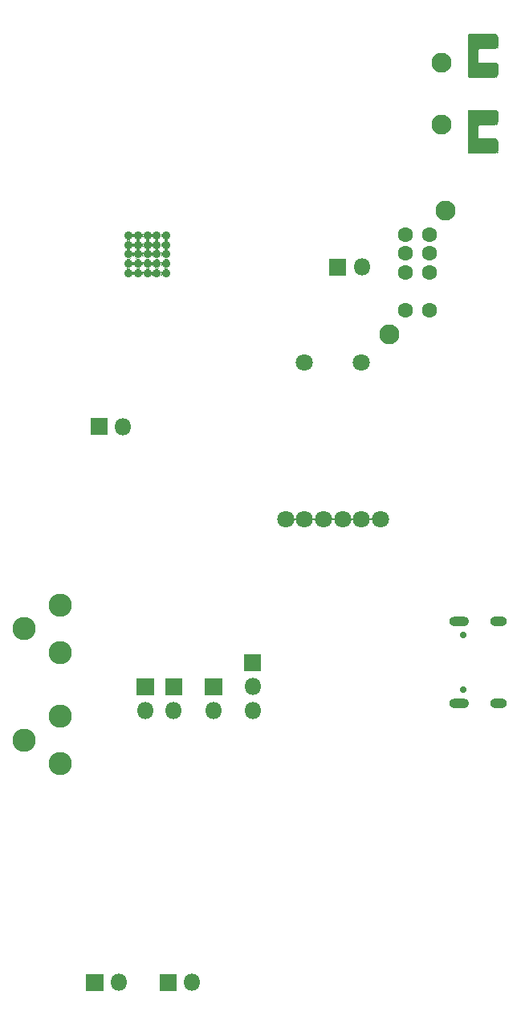
<source format=gbs>
G04 #@! TF.GenerationSoftware,KiCad,Pcbnew,(5.1.6-87-g1447494bc)*
G04 #@! TF.CreationDate,2022-08-29T16:49:30-05:00*
G04 #@! TF.ProjectId,sony-scopeman,736f6e79-2d73-4636-9f70-656d616e2e6b,rev?*
G04 #@! TF.SameCoordinates,Original*
G04 #@! TF.FileFunction,Soldermask,Bot*
G04 #@! TF.FilePolarity,Negative*
%FSLAX46Y46*%
G04 Gerber Fmt 4.6, Leading zero omitted, Abs format (unit mm)*
G04 Created by KiCad (PCBNEW (5.1.6-87-g1447494bc)) date 2022-08-29 16:49:30*
%MOMM*%
%LPD*%
G01*
G04 APERTURE LIST*
%ADD10C,2.442000*%
%ADD11O,1.802000X1.802000*%
%ADD12C,0.902000*%
%ADD13C,0.702000*%
%ADD14O,1.802000X1.002000*%
%ADD15O,2.102000X1.002000*%
%ADD16C,1.802000*%
%ADD17C,2.102000*%
%ADD18C,1.602000*%
%ADD19C,0.100000*%
G04 APERTURE END LIST*
D10*
X106200000Y-107600000D03*
X102400000Y-105100000D03*
X106200000Y-102600000D03*
X106200000Y-119300000D03*
X102400000Y-116800000D03*
X106200000Y-114300000D03*
D11*
X122400000Y-113740000D03*
G36*
G01*
X121499000Y-112050000D02*
X121499000Y-110350000D01*
G75*
G02*
X121550000Y-110299000I51000J0D01*
G01*
X123250000Y-110299000D01*
G75*
G02*
X123301000Y-110350000I0J-51000D01*
G01*
X123301000Y-112050000D01*
G75*
G02*
X123250000Y-112101000I-51000J0D01*
G01*
X121550000Y-112101000D01*
G75*
G02*
X121499000Y-112050000I0J51000D01*
G01*
G37*
X126500000Y-113740000D03*
X126500000Y-111200000D03*
G36*
G01*
X125599000Y-109510000D02*
X125599000Y-107810000D01*
G75*
G02*
X125650000Y-107759000I51000J0D01*
G01*
X127350000Y-107759000D01*
G75*
G02*
X127401000Y-107810000I0J-51000D01*
G01*
X127401000Y-109510000D01*
G75*
G02*
X127350000Y-109561000I-51000J0D01*
G01*
X125650000Y-109561000D01*
G75*
G02*
X125599000Y-109510000I0J51000D01*
G01*
G37*
X112840000Y-83800000D03*
G36*
G01*
X111150000Y-84701000D02*
X109450000Y-84701000D01*
G75*
G02*
X109399000Y-84650000I0J51000D01*
G01*
X109399000Y-82950000D01*
G75*
G02*
X109450000Y-82899000I51000J0D01*
G01*
X111150000Y-82899000D01*
G75*
G02*
X111201000Y-82950000I0J-51000D01*
G01*
X111201000Y-84650000D01*
G75*
G02*
X111150000Y-84701000I-51000J0D01*
G01*
G37*
X138040000Y-67000000D03*
G36*
G01*
X136350000Y-67901000D02*
X134650000Y-67901000D01*
G75*
G02*
X134599000Y-67850000I0J51000D01*
G01*
X134599000Y-66150000D01*
G75*
G02*
X134650000Y-66099000I51000J0D01*
G01*
X136350000Y-66099000D01*
G75*
G02*
X136401000Y-66150000I0J-51000D01*
G01*
X136401000Y-67850000D01*
G75*
G02*
X136350000Y-67901000I-51000J0D01*
G01*
G37*
X120140000Y-142350000D03*
G36*
G01*
X118450000Y-143251000D02*
X116750000Y-143251000D01*
G75*
G02*
X116699000Y-143200000I0J51000D01*
G01*
X116699000Y-141500000D01*
G75*
G02*
X116750000Y-141449000I51000J0D01*
G01*
X118450000Y-141449000D01*
G75*
G02*
X118501000Y-141500000I0J-51000D01*
G01*
X118501000Y-143200000D01*
G75*
G02*
X118450000Y-143251000I-51000J0D01*
G01*
G37*
X118200000Y-113740000D03*
G36*
G01*
X117299000Y-112050000D02*
X117299000Y-110350000D01*
G75*
G02*
X117350000Y-110299000I51000J0D01*
G01*
X119050000Y-110299000D01*
G75*
G02*
X119101000Y-110350000I0J-51000D01*
G01*
X119101000Y-112050000D01*
G75*
G02*
X119050000Y-112101000I-51000J0D01*
G01*
X117350000Y-112101000D01*
G75*
G02*
X117299000Y-112050000I0J51000D01*
G01*
G37*
X112400000Y-142350000D03*
G36*
G01*
X110710000Y-143251000D02*
X109010000Y-143251000D01*
G75*
G02*
X108959000Y-143200000I0J51000D01*
G01*
X108959000Y-141500000D01*
G75*
G02*
X109010000Y-141449000I51000J0D01*
G01*
X110710000Y-141449000D01*
G75*
G02*
X110761000Y-141500000I0J-51000D01*
G01*
X110761000Y-143200000D01*
G75*
G02*
X110710000Y-143251000I-51000J0D01*
G01*
G37*
X115200000Y-113740000D03*
G36*
G01*
X114299000Y-112050000D02*
X114299000Y-110350000D01*
G75*
G02*
X114350000Y-110299000I51000J0D01*
G01*
X116050000Y-110299000D01*
G75*
G02*
X116101000Y-110350000I0J-51000D01*
G01*
X116101000Y-112050000D01*
G75*
G02*
X116050000Y-112101000I-51000J0D01*
G01*
X114350000Y-112101000D01*
G75*
G02*
X114299000Y-112050000I0J51000D01*
G01*
G37*
D12*
X113420000Y-67650000D03*
X114420000Y-67650000D03*
X115420000Y-67650000D03*
X116420000Y-67650000D03*
X117420000Y-67650000D03*
X117420000Y-66650000D03*
X116420000Y-66650000D03*
X115420000Y-66650000D03*
X114420000Y-66650000D03*
X113420000Y-66650000D03*
X113420000Y-64650000D03*
X114420000Y-64650000D03*
X115420000Y-64650000D03*
X116420000Y-64650000D03*
X117420000Y-64650000D03*
X117420000Y-65650000D03*
X116420000Y-65650000D03*
X115420000Y-65650000D03*
X114420000Y-65650000D03*
X113420000Y-65650000D03*
X117420000Y-63650000D03*
X116420000Y-63650000D03*
X115420000Y-63650000D03*
X114420000Y-63650000D03*
X113420000Y-63650000D03*
D13*
X148750000Y-111540000D03*
X148750000Y-105760000D03*
D14*
X152440000Y-104330000D03*
X152440000Y-112970000D03*
D15*
X148270000Y-104330000D03*
X148270000Y-112970000D03*
D16*
X130000000Y-93550000D03*
X132000000Y-93550000D03*
X134000000Y-93550000D03*
X136000000Y-93550000D03*
X138000000Y-93550000D03*
X140000000Y-93550000D03*
X132000000Y-77050000D03*
X138000000Y-77050000D03*
D17*
X146400001Y-45500000D03*
X146400001Y-52000000D03*
G36*
G01*
X152050501Y-44051000D02*
X149749501Y-44051000D01*
G75*
G02*
X149349001Y-43650500I0J400500D01*
G01*
X149349001Y-42849500D01*
G75*
G02*
X149749501Y-42449000I400500J0D01*
G01*
X152050501Y-42449000D01*
G75*
G02*
X152451001Y-42849500I0J-400500D01*
G01*
X152451001Y-43650500D01*
G75*
G02*
X152050501Y-44051000I-400500J0D01*
G01*
G37*
G36*
G01*
X152050501Y-47051000D02*
X149749501Y-47051000D01*
G75*
G02*
X149349001Y-46650500I0J400500D01*
G01*
X149349001Y-45849500D01*
G75*
G02*
X149749501Y-45449000I400500J0D01*
G01*
X152050501Y-45449000D01*
G75*
G02*
X152451001Y-45849500I0J-400500D01*
G01*
X152451001Y-46650500D01*
G75*
G02*
X152050501Y-47051000I-400500J0D01*
G01*
G37*
G36*
G01*
X149249001Y-47000000D02*
X149249001Y-42500000D01*
G75*
G02*
X149300001Y-42449000I51000J0D01*
G01*
X150300001Y-42449000D01*
G75*
G02*
X150351001Y-42500000I0J-51000D01*
G01*
X150351001Y-47000000D01*
G75*
G02*
X150300001Y-47051000I-51000J0D01*
G01*
X149300001Y-47051000D01*
G75*
G02*
X149249001Y-47000000I0J51000D01*
G01*
G37*
G36*
G01*
X149249001Y-55000000D02*
X149249001Y-50500000D01*
G75*
G02*
X149300001Y-50449000I51000J0D01*
G01*
X150300001Y-50449000D01*
G75*
G02*
X150351001Y-50500000I0J-51000D01*
G01*
X150351001Y-55000000D01*
G75*
G02*
X150300001Y-55051000I-51000J0D01*
G01*
X149300001Y-55051000D01*
G75*
G02*
X149249001Y-55000000I0J51000D01*
G01*
G37*
G36*
G01*
X152050501Y-52051000D02*
X149749501Y-52051000D01*
G75*
G02*
X149349001Y-51650500I0J400500D01*
G01*
X149349001Y-50849500D01*
G75*
G02*
X149749501Y-50449000I400500J0D01*
G01*
X152050501Y-50449000D01*
G75*
G02*
X152451001Y-50849500I0J-400500D01*
G01*
X152451001Y-51650500D01*
G75*
G02*
X152050501Y-52051000I-400500J0D01*
G01*
G37*
G36*
G01*
X152050501Y-55051000D02*
X149749501Y-55051000D01*
G75*
G02*
X149349001Y-54650500I0J400500D01*
G01*
X149349001Y-53849500D01*
G75*
G02*
X149749501Y-53449000I400500J0D01*
G01*
X152050501Y-53449000D01*
G75*
G02*
X152451001Y-53849500I0J-400500D01*
G01*
X152451001Y-54650500D01*
G75*
G02*
X152050501Y-55051000I-400500J0D01*
G01*
G37*
X140900000Y-74050000D03*
X146900000Y-61050000D03*
D18*
X145150000Y-71550000D03*
X142650000Y-71550000D03*
X142650000Y-67550000D03*
X145150000Y-67550000D03*
X142650000Y-65550000D03*
X145150000Y-65550000D03*
X142650000Y-63550000D03*
X145150000Y-63550000D03*
D19*
G36*
X137122277Y-93372453D02*
G01*
X137122779Y-93374210D01*
X137105339Y-93461886D01*
X137105339Y-93638114D01*
X137122779Y-93725790D01*
X137122136Y-93727684D01*
X137120174Y-93728074D01*
X137118903Y-93726761D01*
X137113627Y-93709369D01*
X137102262Y-93688105D01*
X137086967Y-93669468D01*
X137068330Y-93654173D01*
X137047066Y-93642808D01*
X137023991Y-93635808D01*
X137000000Y-93633445D01*
X136976009Y-93635808D01*
X136952934Y-93642808D01*
X136931670Y-93654173D01*
X136913033Y-93669468D01*
X136897738Y-93688105D01*
X136886373Y-93709369D01*
X136881097Y-93726761D01*
X136879637Y-93728128D01*
X136877723Y-93727547D01*
X136877221Y-93725790D01*
X136894661Y-93638114D01*
X136894661Y-93461886D01*
X136877221Y-93374210D01*
X136877864Y-93372316D01*
X136879826Y-93371926D01*
X136881097Y-93373239D01*
X136886373Y-93390631D01*
X136897738Y-93411895D01*
X136913033Y-93430532D01*
X136931670Y-93445827D01*
X136952934Y-93457192D01*
X136976009Y-93464192D01*
X137000000Y-93466555D01*
X137023991Y-93464192D01*
X137047066Y-93457192D01*
X137068330Y-93445827D01*
X137086967Y-93430532D01*
X137102262Y-93411895D01*
X137113627Y-93390631D01*
X137118903Y-93373239D01*
X137120363Y-93371872D01*
X137122277Y-93372453D01*
G37*
G36*
X133122277Y-93372453D02*
G01*
X133122779Y-93374210D01*
X133105339Y-93461886D01*
X133105339Y-93638114D01*
X133122779Y-93725790D01*
X133122136Y-93727684D01*
X133120174Y-93728074D01*
X133118903Y-93726761D01*
X133113627Y-93709369D01*
X133102262Y-93688105D01*
X133086967Y-93669468D01*
X133068330Y-93654173D01*
X133047066Y-93642808D01*
X133023991Y-93635808D01*
X133000000Y-93633445D01*
X132976009Y-93635808D01*
X132952934Y-93642808D01*
X132931670Y-93654173D01*
X132913033Y-93669468D01*
X132897738Y-93688105D01*
X132886373Y-93709369D01*
X132881097Y-93726761D01*
X132879637Y-93728128D01*
X132877723Y-93727547D01*
X132877221Y-93725790D01*
X132894661Y-93638114D01*
X132894661Y-93461886D01*
X132877221Y-93374210D01*
X132877864Y-93372316D01*
X132879826Y-93371926D01*
X132881097Y-93373239D01*
X132886373Y-93390631D01*
X132897738Y-93411895D01*
X132913033Y-93430532D01*
X132931670Y-93445827D01*
X132952934Y-93457192D01*
X132976009Y-93464192D01*
X133000000Y-93466555D01*
X133023991Y-93464192D01*
X133047066Y-93457192D01*
X133068330Y-93445827D01*
X133086967Y-93430532D01*
X133102262Y-93411895D01*
X133113627Y-93390631D01*
X133118903Y-93373239D01*
X133120363Y-93371872D01*
X133122277Y-93372453D01*
G37*
G36*
X135122277Y-93372453D02*
G01*
X135122779Y-93374210D01*
X135105339Y-93461886D01*
X135105339Y-93638114D01*
X135122779Y-93725790D01*
X135122136Y-93727684D01*
X135120174Y-93728074D01*
X135118903Y-93726761D01*
X135113627Y-93709369D01*
X135102262Y-93688105D01*
X135086967Y-93669468D01*
X135068330Y-93654173D01*
X135047066Y-93642808D01*
X135023991Y-93635808D01*
X135000000Y-93633445D01*
X134976009Y-93635808D01*
X134952934Y-93642808D01*
X134931670Y-93654173D01*
X134913033Y-93669468D01*
X134897738Y-93688105D01*
X134886373Y-93709369D01*
X134881097Y-93726761D01*
X134879637Y-93728128D01*
X134877723Y-93727547D01*
X134877221Y-93725790D01*
X134894661Y-93638114D01*
X134894661Y-93461886D01*
X134877221Y-93374210D01*
X134877864Y-93372316D01*
X134879826Y-93371926D01*
X134881097Y-93373239D01*
X134886373Y-93390631D01*
X134897738Y-93411895D01*
X134913033Y-93430532D01*
X134931670Y-93445827D01*
X134952934Y-93457192D01*
X134976009Y-93464192D01*
X135000000Y-93466555D01*
X135023991Y-93464192D01*
X135047066Y-93457192D01*
X135068330Y-93445827D01*
X135086967Y-93430532D01*
X135102262Y-93411895D01*
X135113627Y-93390631D01*
X135118903Y-93373239D01*
X135120363Y-93371872D01*
X135122277Y-93372453D01*
G37*
G36*
X139122277Y-93372453D02*
G01*
X139122779Y-93374210D01*
X139105339Y-93461886D01*
X139105339Y-93638114D01*
X139122779Y-93725790D01*
X139122136Y-93727684D01*
X139120174Y-93728074D01*
X139118903Y-93726761D01*
X139113627Y-93709369D01*
X139102262Y-93688105D01*
X139086967Y-93669468D01*
X139068330Y-93654173D01*
X139047066Y-93642808D01*
X139023991Y-93635808D01*
X139000000Y-93633445D01*
X138976009Y-93635808D01*
X138952934Y-93642808D01*
X138931670Y-93654173D01*
X138913033Y-93669468D01*
X138897738Y-93688105D01*
X138886373Y-93709369D01*
X138881097Y-93726761D01*
X138879637Y-93728128D01*
X138877723Y-93727547D01*
X138877221Y-93725790D01*
X138894661Y-93638114D01*
X138894661Y-93461886D01*
X138877221Y-93374210D01*
X138877864Y-93372316D01*
X138879826Y-93371926D01*
X138881097Y-93373239D01*
X138886373Y-93390631D01*
X138897738Y-93411895D01*
X138913033Y-93430532D01*
X138931670Y-93445827D01*
X138952934Y-93457192D01*
X138976009Y-93464192D01*
X139000000Y-93466555D01*
X139023991Y-93464192D01*
X139047066Y-93457192D01*
X139068330Y-93445827D01*
X139086967Y-93430532D01*
X139102262Y-93411895D01*
X139113627Y-93390631D01*
X139118903Y-93373239D01*
X139120363Y-93371872D01*
X139122277Y-93372453D01*
G37*
G36*
X131122277Y-93372453D02*
G01*
X131122779Y-93374210D01*
X131105339Y-93461886D01*
X131105339Y-93638114D01*
X131122779Y-93725790D01*
X131122136Y-93727684D01*
X131120174Y-93728074D01*
X131118903Y-93726761D01*
X131113627Y-93709369D01*
X131102262Y-93688105D01*
X131086967Y-93669468D01*
X131068330Y-93654173D01*
X131047066Y-93642808D01*
X131023991Y-93635808D01*
X131000000Y-93633445D01*
X130976009Y-93635808D01*
X130952934Y-93642808D01*
X130931670Y-93654173D01*
X130913033Y-93669468D01*
X130897738Y-93688105D01*
X130886373Y-93709369D01*
X130881097Y-93726761D01*
X130879637Y-93728128D01*
X130877723Y-93727547D01*
X130877221Y-93725790D01*
X130894661Y-93638114D01*
X130894661Y-93461886D01*
X130877221Y-93374210D01*
X130877864Y-93372316D01*
X130879826Y-93371926D01*
X130881097Y-93373239D01*
X130886373Y-93390631D01*
X130897738Y-93411895D01*
X130913033Y-93430532D01*
X130931670Y-93445827D01*
X130952934Y-93457192D01*
X130976009Y-93464192D01*
X131000000Y-93466555D01*
X131023991Y-93464192D01*
X131047066Y-93457192D01*
X131068330Y-93445827D01*
X131086967Y-93430532D01*
X131102262Y-93411895D01*
X131113627Y-93390631D01*
X131118903Y-93373239D01*
X131120363Y-93371872D01*
X131122277Y-93372453D01*
G37*
G36*
X114819807Y-67437374D02*
G01*
X114833034Y-67453491D01*
X114851671Y-67468786D01*
X114872934Y-67480151D01*
X114896009Y-67487151D01*
X114920000Y-67489514D01*
X114943992Y-67487151D01*
X114967066Y-67480151D01*
X114988330Y-67468786D01*
X115006967Y-67453490D01*
X115020193Y-67437374D01*
X115022065Y-67436670D01*
X115023611Y-67437939D01*
X115023587Y-67439408D01*
X114990344Y-67519664D01*
X114973172Y-67605993D01*
X114973172Y-67694007D01*
X114990344Y-67780336D01*
X115023587Y-67860592D01*
X115023326Y-67862575D01*
X115021478Y-67863340D01*
X115020193Y-67862626D01*
X115006966Y-67846509D01*
X114988329Y-67831214D01*
X114967066Y-67819849D01*
X114943991Y-67812849D01*
X114920000Y-67810486D01*
X114896008Y-67812849D01*
X114872934Y-67819849D01*
X114851670Y-67831214D01*
X114833033Y-67846510D01*
X114819807Y-67862626D01*
X114817935Y-67863330D01*
X114816389Y-67862061D01*
X114816413Y-67860592D01*
X114849656Y-67780336D01*
X114866828Y-67694007D01*
X114866828Y-67605993D01*
X114849656Y-67519664D01*
X114816413Y-67439408D01*
X114816674Y-67437425D01*
X114818522Y-67436660D01*
X114819807Y-67437374D01*
G37*
G36*
X115819807Y-67437374D02*
G01*
X115833034Y-67453491D01*
X115851671Y-67468786D01*
X115872934Y-67480151D01*
X115896009Y-67487151D01*
X115920000Y-67489514D01*
X115943992Y-67487151D01*
X115967066Y-67480151D01*
X115988330Y-67468786D01*
X116006967Y-67453490D01*
X116020193Y-67437374D01*
X116022065Y-67436670D01*
X116023611Y-67437939D01*
X116023587Y-67439408D01*
X115990344Y-67519664D01*
X115973172Y-67605993D01*
X115973172Y-67694007D01*
X115990344Y-67780336D01*
X116023587Y-67860592D01*
X116023326Y-67862575D01*
X116021478Y-67863340D01*
X116020193Y-67862626D01*
X116006966Y-67846509D01*
X115988329Y-67831214D01*
X115967066Y-67819849D01*
X115943991Y-67812849D01*
X115920000Y-67810486D01*
X115896008Y-67812849D01*
X115872934Y-67819849D01*
X115851670Y-67831214D01*
X115833033Y-67846510D01*
X115819807Y-67862626D01*
X115817935Y-67863330D01*
X115816389Y-67862061D01*
X115816413Y-67860592D01*
X115849656Y-67780336D01*
X115866828Y-67694007D01*
X115866828Y-67605993D01*
X115849656Y-67519664D01*
X115816413Y-67439408D01*
X115816674Y-67437425D01*
X115818522Y-67436660D01*
X115819807Y-67437374D01*
G37*
G36*
X113819807Y-67437374D02*
G01*
X113833034Y-67453491D01*
X113851671Y-67468786D01*
X113872934Y-67480151D01*
X113896009Y-67487151D01*
X113920000Y-67489514D01*
X113943992Y-67487151D01*
X113967066Y-67480151D01*
X113988330Y-67468786D01*
X114006967Y-67453490D01*
X114020193Y-67437374D01*
X114022065Y-67436670D01*
X114023611Y-67437939D01*
X114023587Y-67439408D01*
X113990344Y-67519664D01*
X113973172Y-67605993D01*
X113973172Y-67694007D01*
X113990344Y-67780336D01*
X114023587Y-67860592D01*
X114023326Y-67862575D01*
X114021478Y-67863340D01*
X114020193Y-67862626D01*
X114006966Y-67846509D01*
X113988329Y-67831214D01*
X113967066Y-67819849D01*
X113943991Y-67812849D01*
X113920000Y-67810486D01*
X113896008Y-67812849D01*
X113872934Y-67819849D01*
X113851670Y-67831214D01*
X113833033Y-67846510D01*
X113819807Y-67862626D01*
X113817935Y-67863330D01*
X113816389Y-67862061D01*
X113816413Y-67860592D01*
X113849656Y-67780336D01*
X113866828Y-67694007D01*
X113866828Y-67605993D01*
X113849656Y-67519664D01*
X113816413Y-67439408D01*
X113816674Y-67437425D01*
X113818522Y-67436660D01*
X113819807Y-67437374D01*
G37*
G36*
X116819807Y-67437374D02*
G01*
X116833034Y-67453491D01*
X116851671Y-67468786D01*
X116872934Y-67480151D01*
X116896009Y-67487151D01*
X116920000Y-67489514D01*
X116943992Y-67487151D01*
X116967066Y-67480151D01*
X116988330Y-67468786D01*
X117006967Y-67453490D01*
X117020193Y-67437374D01*
X117022065Y-67436670D01*
X117023611Y-67437939D01*
X117023587Y-67439408D01*
X116990344Y-67519664D01*
X116973172Y-67605993D01*
X116973172Y-67694007D01*
X116990344Y-67780336D01*
X117023587Y-67860592D01*
X117023326Y-67862575D01*
X117021478Y-67863340D01*
X117020193Y-67862626D01*
X117006966Y-67846509D01*
X116988329Y-67831214D01*
X116967066Y-67819849D01*
X116943991Y-67812849D01*
X116920000Y-67810486D01*
X116896008Y-67812849D01*
X116872934Y-67819849D01*
X116851670Y-67831214D01*
X116833033Y-67846510D01*
X116819807Y-67862626D01*
X116817935Y-67863330D01*
X116816389Y-67862061D01*
X116816413Y-67860592D01*
X116849656Y-67780336D01*
X116866828Y-67694007D01*
X116866828Y-67605993D01*
X116849656Y-67519664D01*
X116816413Y-67439408D01*
X116816674Y-67437425D01*
X116818522Y-67436660D01*
X116819807Y-67437374D01*
G37*
G36*
X117209408Y-67046413D02*
G01*
X117289664Y-67079656D01*
X117375993Y-67096828D01*
X117464007Y-67096828D01*
X117550336Y-67079656D01*
X117630592Y-67046413D01*
X117632575Y-67046674D01*
X117633340Y-67048522D01*
X117632626Y-67049807D01*
X117616509Y-67063034D01*
X117601214Y-67081671D01*
X117589849Y-67102934D01*
X117582849Y-67126009D01*
X117580486Y-67150000D01*
X117582849Y-67173992D01*
X117589849Y-67197066D01*
X117601214Y-67218330D01*
X117616510Y-67236967D01*
X117632626Y-67250193D01*
X117633330Y-67252065D01*
X117632061Y-67253611D01*
X117630592Y-67253587D01*
X117550336Y-67220344D01*
X117464007Y-67203172D01*
X117375993Y-67203172D01*
X117289664Y-67220344D01*
X117209408Y-67253587D01*
X117207425Y-67253326D01*
X117206660Y-67251478D01*
X117207374Y-67250193D01*
X117223491Y-67236966D01*
X117238786Y-67218329D01*
X117250151Y-67197066D01*
X117257151Y-67173991D01*
X117259514Y-67150000D01*
X117257151Y-67126008D01*
X117250151Y-67102934D01*
X117238786Y-67081670D01*
X117223490Y-67063033D01*
X117207374Y-67049807D01*
X117206670Y-67047935D01*
X117207939Y-67046389D01*
X117209408Y-67046413D01*
G37*
G36*
X115209408Y-67046413D02*
G01*
X115289664Y-67079656D01*
X115375993Y-67096828D01*
X115464007Y-67096828D01*
X115550336Y-67079656D01*
X115630592Y-67046413D01*
X115632575Y-67046674D01*
X115633340Y-67048522D01*
X115632626Y-67049807D01*
X115616509Y-67063034D01*
X115601214Y-67081671D01*
X115589849Y-67102934D01*
X115582849Y-67126009D01*
X115580486Y-67150000D01*
X115582849Y-67173992D01*
X115589849Y-67197066D01*
X115601214Y-67218330D01*
X115616510Y-67236967D01*
X115632626Y-67250193D01*
X115633330Y-67252065D01*
X115632061Y-67253611D01*
X115630592Y-67253587D01*
X115550336Y-67220344D01*
X115464007Y-67203172D01*
X115375993Y-67203172D01*
X115289664Y-67220344D01*
X115209408Y-67253587D01*
X115207425Y-67253326D01*
X115206660Y-67251478D01*
X115207374Y-67250193D01*
X115223491Y-67236966D01*
X115238786Y-67218329D01*
X115250151Y-67197066D01*
X115257151Y-67173991D01*
X115259514Y-67150000D01*
X115257151Y-67126008D01*
X115250151Y-67102934D01*
X115238786Y-67081670D01*
X115223490Y-67063033D01*
X115207374Y-67049807D01*
X115206670Y-67047935D01*
X115207939Y-67046389D01*
X115209408Y-67046413D01*
G37*
G36*
X114209408Y-67046413D02*
G01*
X114289664Y-67079656D01*
X114375993Y-67096828D01*
X114464007Y-67096828D01*
X114550336Y-67079656D01*
X114630592Y-67046413D01*
X114632575Y-67046674D01*
X114633340Y-67048522D01*
X114632626Y-67049807D01*
X114616509Y-67063034D01*
X114601214Y-67081671D01*
X114589849Y-67102934D01*
X114582849Y-67126009D01*
X114580486Y-67150000D01*
X114582849Y-67173992D01*
X114589849Y-67197066D01*
X114601214Y-67218330D01*
X114616510Y-67236967D01*
X114632626Y-67250193D01*
X114633330Y-67252065D01*
X114632061Y-67253611D01*
X114630592Y-67253587D01*
X114550336Y-67220344D01*
X114464007Y-67203172D01*
X114375993Y-67203172D01*
X114289664Y-67220344D01*
X114209408Y-67253587D01*
X114207425Y-67253326D01*
X114206660Y-67251478D01*
X114207374Y-67250193D01*
X114223491Y-67236966D01*
X114238786Y-67218329D01*
X114250151Y-67197066D01*
X114257151Y-67173991D01*
X114259514Y-67150000D01*
X114257151Y-67126008D01*
X114250151Y-67102934D01*
X114238786Y-67081670D01*
X114223490Y-67063033D01*
X114207374Y-67049807D01*
X114206670Y-67047935D01*
X114207939Y-67046389D01*
X114209408Y-67046413D01*
G37*
G36*
X113209408Y-67046413D02*
G01*
X113289664Y-67079656D01*
X113375993Y-67096828D01*
X113464007Y-67096828D01*
X113550336Y-67079656D01*
X113630592Y-67046413D01*
X113632575Y-67046674D01*
X113633340Y-67048522D01*
X113632626Y-67049807D01*
X113616509Y-67063034D01*
X113601214Y-67081671D01*
X113589849Y-67102934D01*
X113582849Y-67126009D01*
X113580486Y-67150000D01*
X113582849Y-67173992D01*
X113589849Y-67197066D01*
X113601214Y-67218330D01*
X113616510Y-67236967D01*
X113632626Y-67250193D01*
X113633330Y-67252065D01*
X113632061Y-67253611D01*
X113630592Y-67253587D01*
X113550336Y-67220344D01*
X113464007Y-67203172D01*
X113375993Y-67203172D01*
X113289664Y-67220344D01*
X113209408Y-67253587D01*
X113207425Y-67253326D01*
X113206660Y-67251478D01*
X113207374Y-67250193D01*
X113223491Y-67236966D01*
X113238786Y-67218329D01*
X113250151Y-67197066D01*
X113257151Y-67173991D01*
X113259514Y-67150000D01*
X113257151Y-67126008D01*
X113250151Y-67102934D01*
X113238786Y-67081670D01*
X113223490Y-67063033D01*
X113207374Y-67049807D01*
X113206670Y-67047935D01*
X113207939Y-67046389D01*
X113209408Y-67046413D01*
G37*
G36*
X116209408Y-67046413D02*
G01*
X116289664Y-67079656D01*
X116375993Y-67096828D01*
X116464007Y-67096828D01*
X116550336Y-67079656D01*
X116630592Y-67046413D01*
X116632575Y-67046674D01*
X116633340Y-67048522D01*
X116632626Y-67049807D01*
X116616509Y-67063034D01*
X116601214Y-67081671D01*
X116589849Y-67102934D01*
X116582849Y-67126009D01*
X116580486Y-67150000D01*
X116582849Y-67173992D01*
X116589849Y-67197066D01*
X116601214Y-67218330D01*
X116616510Y-67236967D01*
X116632626Y-67250193D01*
X116633330Y-67252065D01*
X116632061Y-67253611D01*
X116630592Y-67253587D01*
X116550336Y-67220344D01*
X116464007Y-67203172D01*
X116375993Y-67203172D01*
X116289664Y-67220344D01*
X116209408Y-67253587D01*
X116207425Y-67253326D01*
X116206660Y-67251478D01*
X116207374Y-67250193D01*
X116223491Y-67236966D01*
X116238786Y-67218329D01*
X116250151Y-67197066D01*
X116257151Y-67173991D01*
X116259514Y-67150000D01*
X116257151Y-67126008D01*
X116250151Y-67102934D01*
X116238786Y-67081670D01*
X116223490Y-67063033D01*
X116207374Y-67049807D01*
X116206670Y-67047935D01*
X116207939Y-67046389D01*
X116209408Y-67046413D01*
G37*
G36*
X114819807Y-66437374D02*
G01*
X114833034Y-66453491D01*
X114851671Y-66468786D01*
X114872934Y-66480151D01*
X114896009Y-66487151D01*
X114920000Y-66489514D01*
X114943992Y-66487151D01*
X114967066Y-66480151D01*
X114988330Y-66468786D01*
X115006967Y-66453490D01*
X115020193Y-66437374D01*
X115022065Y-66436670D01*
X115023611Y-66437939D01*
X115023587Y-66439408D01*
X114990344Y-66519664D01*
X114973172Y-66605993D01*
X114973172Y-66694007D01*
X114990344Y-66780336D01*
X115023587Y-66860592D01*
X115023326Y-66862575D01*
X115021478Y-66863340D01*
X115020193Y-66862626D01*
X115006966Y-66846509D01*
X114988329Y-66831214D01*
X114967066Y-66819849D01*
X114943991Y-66812849D01*
X114920000Y-66810486D01*
X114896008Y-66812849D01*
X114872934Y-66819849D01*
X114851670Y-66831214D01*
X114833033Y-66846510D01*
X114819807Y-66862626D01*
X114817935Y-66863330D01*
X114816389Y-66862061D01*
X114816413Y-66860592D01*
X114849656Y-66780336D01*
X114866828Y-66694007D01*
X114866828Y-66605993D01*
X114849656Y-66519664D01*
X114816413Y-66439408D01*
X114816674Y-66437425D01*
X114818522Y-66436660D01*
X114819807Y-66437374D01*
G37*
G36*
X115819807Y-66437374D02*
G01*
X115833034Y-66453491D01*
X115851671Y-66468786D01*
X115872934Y-66480151D01*
X115896009Y-66487151D01*
X115920000Y-66489514D01*
X115943992Y-66487151D01*
X115967066Y-66480151D01*
X115988330Y-66468786D01*
X116006967Y-66453490D01*
X116020193Y-66437374D01*
X116022065Y-66436670D01*
X116023611Y-66437939D01*
X116023587Y-66439408D01*
X115990344Y-66519664D01*
X115973172Y-66605993D01*
X115973172Y-66694007D01*
X115990344Y-66780336D01*
X116023587Y-66860592D01*
X116023326Y-66862575D01*
X116021478Y-66863340D01*
X116020193Y-66862626D01*
X116006966Y-66846509D01*
X115988329Y-66831214D01*
X115967066Y-66819849D01*
X115943991Y-66812849D01*
X115920000Y-66810486D01*
X115896008Y-66812849D01*
X115872934Y-66819849D01*
X115851670Y-66831214D01*
X115833033Y-66846510D01*
X115819807Y-66862626D01*
X115817935Y-66863330D01*
X115816389Y-66862061D01*
X115816413Y-66860592D01*
X115849656Y-66780336D01*
X115866828Y-66694007D01*
X115866828Y-66605993D01*
X115849656Y-66519664D01*
X115816413Y-66439408D01*
X115816674Y-66437425D01*
X115818522Y-66436660D01*
X115819807Y-66437374D01*
G37*
G36*
X113819807Y-66437374D02*
G01*
X113833034Y-66453491D01*
X113851671Y-66468786D01*
X113872934Y-66480151D01*
X113896009Y-66487151D01*
X113920000Y-66489514D01*
X113943992Y-66487151D01*
X113967066Y-66480151D01*
X113988330Y-66468786D01*
X114006967Y-66453490D01*
X114020193Y-66437374D01*
X114022065Y-66436670D01*
X114023611Y-66437939D01*
X114023587Y-66439408D01*
X113990344Y-66519664D01*
X113973172Y-66605993D01*
X113973172Y-66694007D01*
X113990344Y-66780336D01*
X114023587Y-66860592D01*
X114023326Y-66862575D01*
X114021478Y-66863340D01*
X114020193Y-66862626D01*
X114006966Y-66846509D01*
X113988329Y-66831214D01*
X113967066Y-66819849D01*
X113943991Y-66812849D01*
X113920000Y-66810486D01*
X113896008Y-66812849D01*
X113872934Y-66819849D01*
X113851670Y-66831214D01*
X113833033Y-66846510D01*
X113819807Y-66862626D01*
X113817935Y-66863330D01*
X113816389Y-66862061D01*
X113816413Y-66860592D01*
X113849656Y-66780336D01*
X113866828Y-66694007D01*
X113866828Y-66605993D01*
X113849656Y-66519664D01*
X113816413Y-66439408D01*
X113816674Y-66437425D01*
X113818522Y-66436660D01*
X113819807Y-66437374D01*
G37*
G36*
X116819807Y-66437374D02*
G01*
X116833034Y-66453491D01*
X116851671Y-66468786D01*
X116872934Y-66480151D01*
X116896009Y-66487151D01*
X116920000Y-66489514D01*
X116943992Y-66487151D01*
X116967066Y-66480151D01*
X116988330Y-66468786D01*
X117006967Y-66453490D01*
X117020193Y-66437374D01*
X117022065Y-66436670D01*
X117023611Y-66437939D01*
X117023587Y-66439408D01*
X116990344Y-66519664D01*
X116973172Y-66605993D01*
X116973172Y-66694007D01*
X116990344Y-66780336D01*
X117023587Y-66860592D01*
X117023326Y-66862575D01*
X117021478Y-66863340D01*
X117020193Y-66862626D01*
X117006966Y-66846509D01*
X116988329Y-66831214D01*
X116967066Y-66819849D01*
X116943991Y-66812849D01*
X116920000Y-66810486D01*
X116896008Y-66812849D01*
X116872934Y-66819849D01*
X116851670Y-66831214D01*
X116833033Y-66846510D01*
X116819807Y-66862626D01*
X116817935Y-66863330D01*
X116816389Y-66862061D01*
X116816413Y-66860592D01*
X116849656Y-66780336D01*
X116866828Y-66694007D01*
X116866828Y-66605993D01*
X116849656Y-66519664D01*
X116816413Y-66439408D01*
X116816674Y-66437425D01*
X116818522Y-66436660D01*
X116819807Y-66437374D01*
G37*
G36*
X115209408Y-66046413D02*
G01*
X115289664Y-66079656D01*
X115375993Y-66096828D01*
X115464007Y-66096828D01*
X115550336Y-66079656D01*
X115630592Y-66046413D01*
X115632575Y-66046674D01*
X115633340Y-66048522D01*
X115632626Y-66049807D01*
X115616509Y-66063034D01*
X115601214Y-66081671D01*
X115589849Y-66102934D01*
X115582849Y-66126009D01*
X115580486Y-66150000D01*
X115582849Y-66173992D01*
X115589849Y-66197066D01*
X115601214Y-66218330D01*
X115616510Y-66236967D01*
X115632626Y-66250193D01*
X115633330Y-66252065D01*
X115632061Y-66253611D01*
X115630592Y-66253587D01*
X115550336Y-66220344D01*
X115464007Y-66203172D01*
X115375993Y-66203172D01*
X115289664Y-66220344D01*
X115209408Y-66253587D01*
X115207425Y-66253326D01*
X115206660Y-66251478D01*
X115207374Y-66250193D01*
X115223491Y-66236966D01*
X115238786Y-66218329D01*
X115250151Y-66197066D01*
X115257151Y-66173991D01*
X115259514Y-66150000D01*
X115257151Y-66126008D01*
X115250151Y-66102934D01*
X115238786Y-66081670D01*
X115223490Y-66063033D01*
X115207374Y-66049807D01*
X115206670Y-66047935D01*
X115207939Y-66046389D01*
X115209408Y-66046413D01*
G37*
G36*
X117209408Y-66046413D02*
G01*
X117289664Y-66079656D01*
X117375993Y-66096828D01*
X117464007Y-66096828D01*
X117550336Y-66079656D01*
X117630592Y-66046413D01*
X117632575Y-66046674D01*
X117633340Y-66048522D01*
X117632626Y-66049807D01*
X117616509Y-66063034D01*
X117601214Y-66081671D01*
X117589849Y-66102934D01*
X117582849Y-66126009D01*
X117580486Y-66150000D01*
X117582849Y-66173992D01*
X117589849Y-66197066D01*
X117601214Y-66218330D01*
X117616510Y-66236967D01*
X117632626Y-66250193D01*
X117633330Y-66252065D01*
X117632061Y-66253611D01*
X117630592Y-66253587D01*
X117550336Y-66220344D01*
X117464007Y-66203172D01*
X117375993Y-66203172D01*
X117289664Y-66220344D01*
X117209408Y-66253587D01*
X117207425Y-66253326D01*
X117206660Y-66251478D01*
X117207374Y-66250193D01*
X117223491Y-66236966D01*
X117238786Y-66218329D01*
X117250151Y-66197066D01*
X117257151Y-66173991D01*
X117259514Y-66150000D01*
X117257151Y-66126008D01*
X117250151Y-66102934D01*
X117238786Y-66081670D01*
X117223490Y-66063033D01*
X117207374Y-66049807D01*
X117206670Y-66047935D01*
X117207939Y-66046389D01*
X117209408Y-66046413D01*
G37*
G36*
X116209408Y-66046413D02*
G01*
X116289664Y-66079656D01*
X116375993Y-66096828D01*
X116464007Y-66096828D01*
X116550336Y-66079656D01*
X116630592Y-66046413D01*
X116632575Y-66046674D01*
X116633340Y-66048522D01*
X116632626Y-66049807D01*
X116616509Y-66063034D01*
X116601214Y-66081671D01*
X116589849Y-66102934D01*
X116582849Y-66126009D01*
X116580486Y-66150000D01*
X116582849Y-66173992D01*
X116589849Y-66197066D01*
X116601214Y-66218330D01*
X116616510Y-66236967D01*
X116632626Y-66250193D01*
X116633330Y-66252065D01*
X116632061Y-66253611D01*
X116630592Y-66253587D01*
X116550336Y-66220344D01*
X116464007Y-66203172D01*
X116375993Y-66203172D01*
X116289664Y-66220344D01*
X116209408Y-66253587D01*
X116207425Y-66253326D01*
X116206660Y-66251478D01*
X116207374Y-66250193D01*
X116223491Y-66236966D01*
X116238786Y-66218329D01*
X116250151Y-66197066D01*
X116257151Y-66173991D01*
X116259514Y-66150000D01*
X116257151Y-66126008D01*
X116250151Y-66102934D01*
X116238786Y-66081670D01*
X116223490Y-66063033D01*
X116207374Y-66049807D01*
X116206670Y-66047935D01*
X116207939Y-66046389D01*
X116209408Y-66046413D01*
G37*
G36*
X114209408Y-66046413D02*
G01*
X114289664Y-66079656D01*
X114375993Y-66096828D01*
X114464007Y-66096828D01*
X114550336Y-66079656D01*
X114630592Y-66046413D01*
X114632575Y-66046674D01*
X114633340Y-66048522D01*
X114632626Y-66049807D01*
X114616509Y-66063034D01*
X114601214Y-66081671D01*
X114589849Y-66102934D01*
X114582849Y-66126009D01*
X114580486Y-66150000D01*
X114582849Y-66173992D01*
X114589849Y-66197066D01*
X114601214Y-66218330D01*
X114616510Y-66236967D01*
X114632626Y-66250193D01*
X114633330Y-66252065D01*
X114632061Y-66253611D01*
X114630592Y-66253587D01*
X114550336Y-66220344D01*
X114464007Y-66203172D01*
X114375993Y-66203172D01*
X114289664Y-66220344D01*
X114209408Y-66253587D01*
X114207425Y-66253326D01*
X114206660Y-66251478D01*
X114207374Y-66250193D01*
X114223491Y-66236966D01*
X114238786Y-66218329D01*
X114250151Y-66197066D01*
X114257151Y-66173991D01*
X114259514Y-66150000D01*
X114257151Y-66126008D01*
X114250151Y-66102934D01*
X114238786Y-66081670D01*
X114223490Y-66063033D01*
X114207374Y-66049807D01*
X114206670Y-66047935D01*
X114207939Y-66046389D01*
X114209408Y-66046413D01*
G37*
G36*
X113209408Y-66046413D02*
G01*
X113289664Y-66079656D01*
X113375993Y-66096828D01*
X113464007Y-66096828D01*
X113550336Y-66079656D01*
X113630592Y-66046413D01*
X113632575Y-66046674D01*
X113633340Y-66048522D01*
X113632626Y-66049807D01*
X113616509Y-66063034D01*
X113601214Y-66081671D01*
X113589849Y-66102934D01*
X113582849Y-66126009D01*
X113580486Y-66150000D01*
X113582849Y-66173992D01*
X113589849Y-66197066D01*
X113601214Y-66218330D01*
X113616510Y-66236967D01*
X113632626Y-66250193D01*
X113633330Y-66252065D01*
X113632061Y-66253611D01*
X113630592Y-66253587D01*
X113550336Y-66220344D01*
X113464007Y-66203172D01*
X113375993Y-66203172D01*
X113289664Y-66220344D01*
X113209408Y-66253587D01*
X113207425Y-66253326D01*
X113206660Y-66251478D01*
X113207374Y-66250193D01*
X113223491Y-66236966D01*
X113238786Y-66218329D01*
X113250151Y-66197066D01*
X113257151Y-66173991D01*
X113259514Y-66150000D01*
X113257151Y-66126008D01*
X113250151Y-66102934D01*
X113238786Y-66081670D01*
X113223490Y-66063033D01*
X113207374Y-66049807D01*
X113206670Y-66047935D01*
X113207939Y-66046389D01*
X113209408Y-66046413D01*
G37*
G36*
X116819807Y-65437374D02*
G01*
X116833034Y-65453491D01*
X116851671Y-65468786D01*
X116872934Y-65480151D01*
X116896009Y-65487151D01*
X116920000Y-65489514D01*
X116943992Y-65487151D01*
X116967066Y-65480151D01*
X116988330Y-65468786D01*
X117006967Y-65453490D01*
X117020193Y-65437374D01*
X117022065Y-65436670D01*
X117023611Y-65437939D01*
X117023587Y-65439408D01*
X116990344Y-65519664D01*
X116973172Y-65605993D01*
X116973172Y-65694007D01*
X116990344Y-65780336D01*
X117023587Y-65860592D01*
X117023326Y-65862575D01*
X117021478Y-65863340D01*
X117020193Y-65862626D01*
X117006966Y-65846509D01*
X116988329Y-65831214D01*
X116967066Y-65819849D01*
X116943991Y-65812849D01*
X116920000Y-65810486D01*
X116896008Y-65812849D01*
X116872934Y-65819849D01*
X116851670Y-65831214D01*
X116833033Y-65846510D01*
X116819807Y-65862626D01*
X116817935Y-65863330D01*
X116816389Y-65862061D01*
X116816413Y-65860592D01*
X116849656Y-65780336D01*
X116866828Y-65694007D01*
X116866828Y-65605993D01*
X116849656Y-65519664D01*
X116816413Y-65439408D01*
X116816674Y-65437425D01*
X116818522Y-65436660D01*
X116819807Y-65437374D01*
G37*
G36*
X114819807Y-65437374D02*
G01*
X114833034Y-65453491D01*
X114851671Y-65468786D01*
X114872934Y-65480151D01*
X114896009Y-65487151D01*
X114920000Y-65489514D01*
X114943992Y-65487151D01*
X114967066Y-65480151D01*
X114988330Y-65468786D01*
X115006967Y-65453490D01*
X115020193Y-65437374D01*
X115022065Y-65436670D01*
X115023611Y-65437939D01*
X115023587Y-65439408D01*
X114990344Y-65519664D01*
X114973172Y-65605993D01*
X114973172Y-65694007D01*
X114990344Y-65780336D01*
X115023587Y-65860592D01*
X115023326Y-65862575D01*
X115021478Y-65863340D01*
X115020193Y-65862626D01*
X115006966Y-65846509D01*
X114988329Y-65831214D01*
X114967066Y-65819849D01*
X114943991Y-65812849D01*
X114920000Y-65810486D01*
X114896008Y-65812849D01*
X114872934Y-65819849D01*
X114851670Y-65831214D01*
X114833033Y-65846510D01*
X114819807Y-65862626D01*
X114817935Y-65863330D01*
X114816389Y-65862061D01*
X114816413Y-65860592D01*
X114849656Y-65780336D01*
X114866828Y-65694007D01*
X114866828Y-65605993D01*
X114849656Y-65519664D01*
X114816413Y-65439408D01*
X114816674Y-65437425D01*
X114818522Y-65436660D01*
X114819807Y-65437374D01*
G37*
G36*
X113819807Y-65437374D02*
G01*
X113833034Y-65453491D01*
X113851671Y-65468786D01*
X113872934Y-65480151D01*
X113896009Y-65487151D01*
X113920000Y-65489514D01*
X113943992Y-65487151D01*
X113967066Y-65480151D01*
X113988330Y-65468786D01*
X114006967Y-65453490D01*
X114020193Y-65437374D01*
X114022065Y-65436670D01*
X114023611Y-65437939D01*
X114023587Y-65439408D01*
X113990344Y-65519664D01*
X113973172Y-65605993D01*
X113973172Y-65694007D01*
X113990344Y-65780336D01*
X114023587Y-65860592D01*
X114023326Y-65862575D01*
X114021478Y-65863340D01*
X114020193Y-65862626D01*
X114006966Y-65846509D01*
X113988329Y-65831214D01*
X113967066Y-65819849D01*
X113943991Y-65812849D01*
X113920000Y-65810486D01*
X113896008Y-65812849D01*
X113872934Y-65819849D01*
X113851670Y-65831214D01*
X113833033Y-65846510D01*
X113819807Y-65862626D01*
X113817935Y-65863330D01*
X113816389Y-65862061D01*
X113816413Y-65860592D01*
X113849656Y-65780336D01*
X113866828Y-65694007D01*
X113866828Y-65605993D01*
X113849656Y-65519664D01*
X113816413Y-65439408D01*
X113816674Y-65437425D01*
X113818522Y-65436660D01*
X113819807Y-65437374D01*
G37*
G36*
X115819807Y-65437374D02*
G01*
X115833034Y-65453491D01*
X115851671Y-65468786D01*
X115872934Y-65480151D01*
X115896009Y-65487151D01*
X115920000Y-65489514D01*
X115943992Y-65487151D01*
X115967066Y-65480151D01*
X115988330Y-65468786D01*
X116006967Y-65453490D01*
X116020193Y-65437374D01*
X116022065Y-65436670D01*
X116023611Y-65437939D01*
X116023587Y-65439408D01*
X115990344Y-65519664D01*
X115973172Y-65605993D01*
X115973172Y-65694007D01*
X115990344Y-65780336D01*
X116023587Y-65860592D01*
X116023326Y-65862575D01*
X116021478Y-65863340D01*
X116020193Y-65862626D01*
X116006966Y-65846509D01*
X115988329Y-65831214D01*
X115967066Y-65819849D01*
X115943991Y-65812849D01*
X115920000Y-65810486D01*
X115896008Y-65812849D01*
X115872934Y-65819849D01*
X115851670Y-65831214D01*
X115833033Y-65846510D01*
X115819807Y-65862626D01*
X115817935Y-65863330D01*
X115816389Y-65862061D01*
X115816413Y-65860592D01*
X115849656Y-65780336D01*
X115866828Y-65694007D01*
X115866828Y-65605993D01*
X115849656Y-65519664D01*
X115816413Y-65439408D01*
X115816674Y-65437425D01*
X115818522Y-65436660D01*
X115819807Y-65437374D01*
G37*
G36*
X117209408Y-65046413D02*
G01*
X117289664Y-65079656D01*
X117375993Y-65096828D01*
X117464007Y-65096828D01*
X117550336Y-65079656D01*
X117630592Y-65046413D01*
X117632575Y-65046674D01*
X117633340Y-65048522D01*
X117632626Y-65049807D01*
X117616509Y-65063034D01*
X117601214Y-65081671D01*
X117589849Y-65102934D01*
X117582849Y-65126009D01*
X117580486Y-65150000D01*
X117582849Y-65173992D01*
X117589849Y-65197066D01*
X117601214Y-65218330D01*
X117616510Y-65236967D01*
X117632626Y-65250193D01*
X117633330Y-65252065D01*
X117632061Y-65253611D01*
X117630592Y-65253587D01*
X117550336Y-65220344D01*
X117464007Y-65203172D01*
X117375993Y-65203172D01*
X117289664Y-65220344D01*
X117209408Y-65253587D01*
X117207425Y-65253326D01*
X117206660Y-65251478D01*
X117207374Y-65250193D01*
X117223491Y-65236966D01*
X117238786Y-65218329D01*
X117250151Y-65197066D01*
X117257151Y-65173991D01*
X117259514Y-65150000D01*
X117257151Y-65126008D01*
X117250151Y-65102934D01*
X117238786Y-65081670D01*
X117223490Y-65063033D01*
X117207374Y-65049807D01*
X117206670Y-65047935D01*
X117207939Y-65046389D01*
X117209408Y-65046413D01*
G37*
G36*
X116209408Y-65046413D02*
G01*
X116289664Y-65079656D01*
X116375993Y-65096828D01*
X116464007Y-65096828D01*
X116550336Y-65079656D01*
X116630592Y-65046413D01*
X116632575Y-65046674D01*
X116633340Y-65048522D01*
X116632626Y-65049807D01*
X116616509Y-65063034D01*
X116601214Y-65081671D01*
X116589849Y-65102934D01*
X116582849Y-65126009D01*
X116580486Y-65150000D01*
X116582849Y-65173992D01*
X116589849Y-65197066D01*
X116601214Y-65218330D01*
X116616510Y-65236967D01*
X116632626Y-65250193D01*
X116633330Y-65252065D01*
X116632061Y-65253611D01*
X116630592Y-65253587D01*
X116550336Y-65220344D01*
X116464007Y-65203172D01*
X116375993Y-65203172D01*
X116289664Y-65220344D01*
X116209408Y-65253587D01*
X116207425Y-65253326D01*
X116206660Y-65251478D01*
X116207374Y-65250193D01*
X116223491Y-65236966D01*
X116238786Y-65218329D01*
X116250151Y-65197066D01*
X116257151Y-65173991D01*
X116259514Y-65150000D01*
X116257151Y-65126008D01*
X116250151Y-65102934D01*
X116238786Y-65081670D01*
X116223490Y-65063033D01*
X116207374Y-65049807D01*
X116206670Y-65047935D01*
X116207939Y-65046389D01*
X116209408Y-65046413D01*
G37*
G36*
X115209408Y-65046413D02*
G01*
X115289664Y-65079656D01*
X115375993Y-65096828D01*
X115464007Y-65096828D01*
X115550336Y-65079656D01*
X115630592Y-65046413D01*
X115632575Y-65046674D01*
X115633340Y-65048522D01*
X115632626Y-65049807D01*
X115616509Y-65063034D01*
X115601214Y-65081671D01*
X115589849Y-65102934D01*
X115582849Y-65126009D01*
X115580486Y-65150000D01*
X115582849Y-65173992D01*
X115589849Y-65197066D01*
X115601214Y-65218330D01*
X115616510Y-65236967D01*
X115632626Y-65250193D01*
X115633330Y-65252065D01*
X115632061Y-65253611D01*
X115630592Y-65253587D01*
X115550336Y-65220344D01*
X115464007Y-65203172D01*
X115375993Y-65203172D01*
X115289664Y-65220344D01*
X115209408Y-65253587D01*
X115207425Y-65253326D01*
X115206660Y-65251478D01*
X115207374Y-65250193D01*
X115223491Y-65236966D01*
X115238786Y-65218329D01*
X115250151Y-65197066D01*
X115257151Y-65173991D01*
X115259514Y-65150000D01*
X115257151Y-65126008D01*
X115250151Y-65102934D01*
X115238786Y-65081670D01*
X115223490Y-65063033D01*
X115207374Y-65049807D01*
X115206670Y-65047935D01*
X115207939Y-65046389D01*
X115209408Y-65046413D01*
G37*
G36*
X114209408Y-65046413D02*
G01*
X114289664Y-65079656D01*
X114375993Y-65096828D01*
X114464007Y-65096828D01*
X114550336Y-65079656D01*
X114630592Y-65046413D01*
X114632575Y-65046674D01*
X114633340Y-65048522D01*
X114632626Y-65049807D01*
X114616509Y-65063034D01*
X114601214Y-65081671D01*
X114589849Y-65102934D01*
X114582849Y-65126009D01*
X114580486Y-65150000D01*
X114582849Y-65173992D01*
X114589849Y-65197066D01*
X114601214Y-65218330D01*
X114616510Y-65236967D01*
X114632626Y-65250193D01*
X114633330Y-65252065D01*
X114632061Y-65253611D01*
X114630592Y-65253587D01*
X114550336Y-65220344D01*
X114464007Y-65203172D01*
X114375993Y-65203172D01*
X114289664Y-65220344D01*
X114209408Y-65253587D01*
X114207425Y-65253326D01*
X114206660Y-65251478D01*
X114207374Y-65250193D01*
X114223491Y-65236966D01*
X114238786Y-65218329D01*
X114250151Y-65197066D01*
X114257151Y-65173991D01*
X114259514Y-65150000D01*
X114257151Y-65126008D01*
X114250151Y-65102934D01*
X114238786Y-65081670D01*
X114223490Y-65063033D01*
X114207374Y-65049807D01*
X114206670Y-65047935D01*
X114207939Y-65046389D01*
X114209408Y-65046413D01*
G37*
G36*
X113209408Y-65046413D02*
G01*
X113289664Y-65079656D01*
X113375993Y-65096828D01*
X113464007Y-65096828D01*
X113550336Y-65079656D01*
X113630592Y-65046413D01*
X113632575Y-65046674D01*
X113633340Y-65048522D01*
X113632626Y-65049807D01*
X113616509Y-65063034D01*
X113601214Y-65081671D01*
X113589849Y-65102934D01*
X113582849Y-65126009D01*
X113580486Y-65150000D01*
X113582849Y-65173992D01*
X113589849Y-65197066D01*
X113601214Y-65218330D01*
X113616510Y-65236967D01*
X113632626Y-65250193D01*
X113633330Y-65252065D01*
X113632061Y-65253611D01*
X113630592Y-65253587D01*
X113550336Y-65220344D01*
X113464007Y-65203172D01*
X113375993Y-65203172D01*
X113289664Y-65220344D01*
X113209408Y-65253587D01*
X113207425Y-65253326D01*
X113206660Y-65251478D01*
X113207374Y-65250193D01*
X113223491Y-65236966D01*
X113238786Y-65218329D01*
X113250151Y-65197066D01*
X113257151Y-65173991D01*
X113259514Y-65150000D01*
X113257151Y-65126008D01*
X113250151Y-65102934D01*
X113238786Y-65081670D01*
X113223490Y-65063033D01*
X113207374Y-65049807D01*
X113206670Y-65047935D01*
X113207939Y-65046389D01*
X113209408Y-65046413D01*
G37*
G36*
X116819807Y-64437374D02*
G01*
X116833034Y-64453491D01*
X116851671Y-64468786D01*
X116872934Y-64480151D01*
X116896009Y-64487151D01*
X116920000Y-64489514D01*
X116943992Y-64487151D01*
X116967066Y-64480151D01*
X116988330Y-64468786D01*
X117006967Y-64453490D01*
X117020193Y-64437374D01*
X117022065Y-64436670D01*
X117023611Y-64437939D01*
X117023587Y-64439408D01*
X116990344Y-64519664D01*
X116973172Y-64605993D01*
X116973172Y-64694007D01*
X116990344Y-64780336D01*
X117023587Y-64860592D01*
X117023326Y-64862575D01*
X117021478Y-64863340D01*
X117020193Y-64862626D01*
X117006966Y-64846509D01*
X116988329Y-64831214D01*
X116967066Y-64819849D01*
X116943991Y-64812849D01*
X116920000Y-64810486D01*
X116896008Y-64812849D01*
X116872934Y-64819849D01*
X116851670Y-64831214D01*
X116833033Y-64846510D01*
X116819807Y-64862626D01*
X116817935Y-64863330D01*
X116816389Y-64862061D01*
X116816413Y-64860592D01*
X116849656Y-64780336D01*
X116866828Y-64694007D01*
X116866828Y-64605993D01*
X116849656Y-64519664D01*
X116816413Y-64439408D01*
X116816674Y-64437425D01*
X116818522Y-64436660D01*
X116819807Y-64437374D01*
G37*
G36*
X113819807Y-64437374D02*
G01*
X113833034Y-64453491D01*
X113851671Y-64468786D01*
X113872934Y-64480151D01*
X113896009Y-64487151D01*
X113920000Y-64489514D01*
X113943992Y-64487151D01*
X113967066Y-64480151D01*
X113988330Y-64468786D01*
X114006967Y-64453490D01*
X114020193Y-64437374D01*
X114022065Y-64436670D01*
X114023611Y-64437939D01*
X114023587Y-64439408D01*
X113990344Y-64519664D01*
X113973172Y-64605993D01*
X113973172Y-64694007D01*
X113990344Y-64780336D01*
X114023587Y-64860592D01*
X114023326Y-64862575D01*
X114021478Y-64863340D01*
X114020193Y-64862626D01*
X114006966Y-64846509D01*
X113988329Y-64831214D01*
X113967066Y-64819849D01*
X113943991Y-64812849D01*
X113920000Y-64810486D01*
X113896008Y-64812849D01*
X113872934Y-64819849D01*
X113851670Y-64831214D01*
X113833033Y-64846510D01*
X113819807Y-64862626D01*
X113817935Y-64863330D01*
X113816389Y-64862061D01*
X113816413Y-64860592D01*
X113849656Y-64780336D01*
X113866828Y-64694007D01*
X113866828Y-64605993D01*
X113849656Y-64519664D01*
X113816413Y-64439408D01*
X113816674Y-64437425D01*
X113818522Y-64436660D01*
X113819807Y-64437374D01*
G37*
G36*
X115819807Y-64437374D02*
G01*
X115833034Y-64453491D01*
X115851671Y-64468786D01*
X115872934Y-64480151D01*
X115896009Y-64487151D01*
X115920000Y-64489514D01*
X115943992Y-64487151D01*
X115967066Y-64480151D01*
X115988330Y-64468786D01*
X116006967Y-64453490D01*
X116020193Y-64437374D01*
X116022065Y-64436670D01*
X116023611Y-64437939D01*
X116023587Y-64439408D01*
X115990344Y-64519664D01*
X115973172Y-64605993D01*
X115973172Y-64694007D01*
X115990344Y-64780336D01*
X116023587Y-64860592D01*
X116023326Y-64862575D01*
X116021478Y-64863340D01*
X116020193Y-64862626D01*
X116006966Y-64846509D01*
X115988329Y-64831214D01*
X115967066Y-64819849D01*
X115943991Y-64812849D01*
X115920000Y-64810486D01*
X115896008Y-64812849D01*
X115872934Y-64819849D01*
X115851670Y-64831214D01*
X115833033Y-64846510D01*
X115819807Y-64862626D01*
X115817935Y-64863330D01*
X115816389Y-64862061D01*
X115816413Y-64860592D01*
X115849656Y-64780336D01*
X115866828Y-64694007D01*
X115866828Y-64605993D01*
X115849656Y-64519664D01*
X115816413Y-64439408D01*
X115816674Y-64437425D01*
X115818522Y-64436660D01*
X115819807Y-64437374D01*
G37*
G36*
X114819807Y-64437374D02*
G01*
X114833034Y-64453491D01*
X114851671Y-64468786D01*
X114872934Y-64480151D01*
X114896009Y-64487151D01*
X114920000Y-64489514D01*
X114943992Y-64487151D01*
X114967066Y-64480151D01*
X114988330Y-64468786D01*
X115006967Y-64453490D01*
X115020193Y-64437374D01*
X115022065Y-64436670D01*
X115023611Y-64437939D01*
X115023587Y-64439408D01*
X114990344Y-64519664D01*
X114973172Y-64605993D01*
X114973172Y-64694007D01*
X114990344Y-64780336D01*
X115023587Y-64860592D01*
X115023326Y-64862575D01*
X115021478Y-64863340D01*
X115020193Y-64862626D01*
X115006966Y-64846509D01*
X114988329Y-64831214D01*
X114967066Y-64819849D01*
X114943991Y-64812849D01*
X114920000Y-64810486D01*
X114896008Y-64812849D01*
X114872934Y-64819849D01*
X114851670Y-64831214D01*
X114833033Y-64846510D01*
X114819807Y-64862626D01*
X114817935Y-64863330D01*
X114816389Y-64862061D01*
X114816413Y-64860592D01*
X114849656Y-64780336D01*
X114866828Y-64694007D01*
X114866828Y-64605993D01*
X114849656Y-64519664D01*
X114816413Y-64439408D01*
X114816674Y-64437425D01*
X114818522Y-64436660D01*
X114819807Y-64437374D01*
G37*
G36*
X117209408Y-64046413D02*
G01*
X117289664Y-64079656D01*
X117375993Y-64096828D01*
X117464007Y-64096828D01*
X117550336Y-64079656D01*
X117630592Y-64046413D01*
X117632575Y-64046674D01*
X117633340Y-64048522D01*
X117632626Y-64049807D01*
X117616509Y-64063034D01*
X117601214Y-64081671D01*
X117589849Y-64102934D01*
X117582849Y-64126009D01*
X117580486Y-64150000D01*
X117582849Y-64173992D01*
X117589849Y-64197066D01*
X117601214Y-64218330D01*
X117616510Y-64236967D01*
X117632626Y-64250193D01*
X117633330Y-64252065D01*
X117632061Y-64253611D01*
X117630592Y-64253587D01*
X117550336Y-64220344D01*
X117464007Y-64203172D01*
X117375993Y-64203172D01*
X117289664Y-64220344D01*
X117209408Y-64253587D01*
X117207425Y-64253326D01*
X117206660Y-64251478D01*
X117207374Y-64250193D01*
X117223491Y-64236966D01*
X117238786Y-64218329D01*
X117250151Y-64197066D01*
X117257151Y-64173991D01*
X117259514Y-64150000D01*
X117257151Y-64126008D01*
X117250151Y-64102934D01*
X117238786Y-64081670D01*
X117223490Y-64063033D01*
X117207374Y-64049807D01*
X117206670Y-64047935D01*
X117207939Y-64046389D01*
X117209408Y-64046413D01*
G37*
G36*
X114209408Y-64046413D02*
G01*
X114289664Y-64079656D01*
X114375993Y-64096828D01*
X114464007Y-64096828D01*
X114550336Y-64079656D01*
X114630592Y-64046413D01*
X114632575Y-64046674D01*
X114633340Y-64048522D01*
X114632626Y-64049807D01*
X114616509Y-64063034D01*
X114601214Y-64081671D01*
X114589849Y-64102934D01*
X114582849Y-64126009D01*
X114580486Y-64150000D01*
X114582849Y-64173992D01*
X114589849Y-64197066D01*
X114601214Y-64218330D01*
X114616510Y-64236967D01*
X114632626Y-64250193D01*
X114633330Y-64252065D01*
X114632061Y-64253611D01*
X114630592Y-64253587D01*
X114550336Y-64220344D01*
X114464007Y-64203172D01*
X114375993Y-64203172D01*
X114289664Y-64220344D01*
X114209408Y-64253587D01*
X114207425Y-64253326D01*
X114206660Y-64251478D01*
X114207374Y-64250193D01*
X114223491Y-64236966D01*
X114238786Y-64218329D01*
X114250151Y-64197066D01*
X114257151Y-64173991D01*
X114259514Y-64150000D01*
X114257151Y-64126008D01*
X114250151Y-64102934D01*
X114238786Y-64081670D01*
X114223490Y-64063033D01*
X114207374Y-64049807D01*
X114206670Y-64047935D01*
X114207939Y-64046389D01*
X114209408Y-64046413D01*
G37*
G36*
X116209408Y-64046413D02*
G01*
X116289664Y-64079656D01*
X116375993Y-64096828D01*
X116464007Y-64096828D01*
X116550336Y-64079656D01*
X116630592Y-64046413D01*
X116632575Y-64046674D01*
X116633340Y-64048522D01*
X116632626Y-64049807D01*
X116616509Y-64063034D01*
X116601214Y-64081671D01*
X116589849Y-64102934D01*
X116582849Y-64126009D01*
X116580486Y-64150000D01*
X116582849Y-64173992D01*
X116589849Y-64197066D01*
X116601214Y-64218330D01*
X116616510Y-64236967D01*
X116632626Y-64250193D01*
X116633330Y-64252065D01*
X116632061Y-64253611D01*
X116630592Y-64253587D01*
X116550336Y-64220344D01*
X116464007Y-64203172D01*
X116375993Y-64203172D01*
X116289664Y-64220344D01*
X116209408Y-64253587D01*
X116207425Y-64253326D01*
X116206660Y-64251478D01*
X116207374Y-64250193D01*
X116223491Y-64236966D01*
X116238786Y-64218329D01*
X116250151Y-64197066D01*
X116257151Y-64173991D01*
X116259514Y-64150000D01*
X116257151Y-64126008D01*
X116250151Y-64102934D01*
X116238786Y-64081670D01*
X116223490Y-64063033D01*
X116207374Y-64049807D01*
X116206670Y-64047935D01*
X116207939Y-64046389D01*
X116209408Y-64046413D01*
G37*
G36*
X115209408Y-64046413D02*
G01*
X115289664Y-64079656D01*
X115375993Y-64096828D01*
X115464007Y-64096828D01*
X115550336Y-64079656D01*
X115630592Y-64046413D01*
X115632575Y-64046674D01*
X115633340Y-64048522D01*
X115632626Y-64049807D01*
X115616509Y-64063034D01*
X115601214Y-64081671D01*
X115589849Y-64102934D01*
X115582849Y-64126009D01*
X115580486Y-64150000D01*
X115582849Y-64173992D01*
X115589849Y-64197066D01*
X115601214Y-64218330D01*
X115616510Y-64236967D01*
X115632626Y-64250193D01*
X115633330Y-64252065D01*
X115632061Y-64253611D01*
X115630592Y-64253587D01*
X115550336Y-64220344D01*
X115464007Y-64203172D01*
X115375993Y-64203172D01*
X115289664Y-64220344D01*
X115209408Y-64253587D01*
X115207425Y-64253326D01*
X115206660Y-64251478D01*
X115207374Y-64250193D01*
X115223491Y-64236966D01*
X115238786Y-64218329D01*
X115250151Y-64197066D01*
X115257151Y-64173991D01*
X115259514Y-64150000D01*
X115257151Y-64126008D01*
X115250151Y-64102934D01*
X115238786Y-64081670D01*
X115223490Y-64063033D01*
X115207374Y-64049807D01*
X115206670Y-64047935D01*
X115207939Y-64046389D01*
X115209408Y-64046413D01*
G37*
G36*
X113209408Y-64046413D02*
G01*
X113289664Y-64079656D01*
X113375993Y-64096828D01*
X113464007Y-64096828D01*
X113550336Y-64079656D01*
X113630592Y-64046413D01*
X113632575Y-64046674D01*
X113633340Y-64048522D01*
X113632626Y-64049807D01*
X113616509Y-64063034D01*
X113601214Y-64081671D01*
X113589849Y-64102934D01*
X113582849Y-64126009D01*
X113580486Y-64150000D01*
X113582849Y-64173992D01*
X113589849Y-64197066D01*
X113601214Y-64218330D01*
X113616510Y-64236967D01*
X113632626Y-64250193D01*
X113633330Y-64252065D01*
X113632061Y-64253611D01*
X113630592Y-64253587D01*
X113550336Y-64220344D01*
X113464007Y-64203172D01*
X113375993Y-64203172D01*
X113289664Y-64220344D01*
X113209408Y-64253587D01*
X113207425Y-64253326D01*
X113206660Y-64251478D01*
X113207374Y-64250193D01*
X113223491Y-64236966D01*
X113238786Y-64218329D01*
X113250151Y-64197066D01*
X113257151Y-64173991D01*
X113259514Y-64150000D01*
X113257151Y-64126008D01*
X113250151Y-64102934D01*
X113238786Y-64081670D01*
X113223490Y-64063033D01*
X113207374Y-64049807D01*
X113206670Y-64047935D01*
X113207939Y-64046389D01*
X113209408Y-64046413D01*
G37*
G36*
X115819807Y-63437374D02*
G01*
X115833034Y-63453491D01*
X115851671Y-63468786D01*
X115872934Y-63480151D01*
X115896009Y-63487151D01*
X115920000Y-63489514D01*
X115943992Y-63487151D01*
X115967066Y-63480151D01*
X115988330Y-63468786D01*
X116006967Y-63453490D01*
X116020193Y-63437374D01*
X116022065Y-63436670D01*
X116023611Y-63437939D01*
X116023587Y-63439408D01*
X115990344Y-63519664D01*
X115973172Y-63605993D01*
X115973172Y-63694007D01*
X115990344Y-63780336D01*
X116023587Y-63860592D01*
X116023326Y-63862575D01*
X116021478Y-63863340D01*
X116020193Y-63862626D01*
X116006966Y-63846509D01*
X115988329Y-63831214D01*
X115967066Y-63819849D01*
X115943991Y-63812849D01*
X115920000Y-63810486D01*
X115896008Y-63812849D01*
X115872934Y-63819849D01*
X115851670Y-63831214D01*
X115833033Y-63846510D01*
X115819807Y-63862626D01*
X115817935Y-63863330D01*
X115816389Y-63862061D01*
X115816413Y-63860592D01*
X115849656Y-63780336D01*
X115866828Y-63694007D01*
X115866828Y-63605993D01*
X115849656Y-63519664D01*
X115816413Y-63439408D01*
X115816674Y-63437425D01*
X115818522Y-63436660D01*
X115819807Y-63437374D01*
G37*
G36*
X114819807Y-63437374D02*
G01*
X114833034Y-63453491D01*
X114851671Y-63468786D01*
X114872934Y-63480151D01*
X114896009Y-63487151D01*
X114920000Y-63489514D01*
X114943992Y-63487151D01*
X114967066Y-63480151D01*
X114988330Y-63468786D01*
X115006967Y-63453490D01*
X115020193Y-63437374D01*
X115022065Y-63436670D01*
X115023611Y-63437939D01*
X115023587Y-63439408D01*
X114990344Y-63519664D01*
X114973172Y-63605993D01*
X114973172Y-63694007D01*
X114990344Y-63780336D01*
X115023587Y-63860592D01*
X115023326Y-63862575D01*
X115021478Y-63863340D01*
X115020193Y-63862626D01*
X115006966Y-63846509D01*
X114988329Y-63831214D01*
X114967066Y-63819849D01*
X114943991Y-63812849D01*
X114920000Y-63810486D01*
X114896008Y-63812849D01*
X114872934Y-63819849D01*
X114851670Y-63831214D01*
X114833033Y-63846510D01*
X114819807Y-63862626D01*
X114817935Y-63863330D01*
X114816389Y-63862061D01*
X114816413Y-63860592D01*
X114849656Y-63780336D01*
X114866828Y-63694007D01*
X114866828Y-63605993D01*
X114849656Y-63519664D01*
X114816413Y-63439408D01*
X114816674Y-63437425D01*
X114818522Y-63436660D01*
X114819807Y-63437374D01*
G37*
G36*
X113819807Y-63437374D02*
G01*
X113833034Y-63453491D01*
X113851671Y-63468786D01*
X113872934Y-63480151D01*
X113896009Y-63487151D01*
X113920000Y-63489514D01*
X113943992Y-63487151D01*
X113967066Y-63480151D01*
X113988330Y-63468786D01*
X114006967Y-63453490D01*
X114020193Y-63437374D01*
X114022065Y-63436670D01*
X114023611Y-63437939D01*
X114023587Y-63439408D01*
X113990344Y-63519664D01*
X113973172Y-63605993D01*
X113973172Y-63694007D01*
X113990344Y-63780336D01*
X114023587Y-63860592D01*
X114023326Y-63862575D01*
X114021478Y-63863340D01*
X114020193Y-63862626D01*
X114006966Y-63846509D01*
X113988329Y-63831214D01*
X113967066Y-63819849D01*
X113943991Y-63812849D01*
X113920000Y-63810486D01*
X113896008Y-63812849D01*
X113872934Y-63819849D01*
X113851670Y-63831214D01*
X113833033Y-63846510D01*
X113819807Y-63862626D01*
X113817935Y-63863330D01*
X113816389Y-63862061D01*
X113816413Y-63860592D01*
X113849656Y-63780336D01*
X113866828Y-63694007D01*
X113866828Y-63605993D01*
X113849656Y-63519664D01*
X113816413Y-63439408D01*
X113816674Y-63437425D01*
X113818522Y-63436660D01*
X113819807Y-63437374D01*
G37*
G36*
X116819807Y-63437374D02*
G01*
X116833034Y-63453491D01*
X116851671Y-63468786D01*
X116872934Y-63480151D01*
X116896009Y-63487151D01*
X116920000Y-63489514D01*
X116943992Y-63487151D01*
X116967066Y-63480151D01*
X116988330Y-63468786D01*
X117006967Y-63453490D01*
X117020193Y-63437374D01*
X117022065Y-63436670D01*
X117023611Y-63437939D01*
X117023587Y-63439408D01*
X116990344Y-63519664D01*
X116973172Y-63605993D01*
X116973172Y-63694007D01*
X116990344Y-63780336D01*
X117023587Y-63860592D01*
X117023326Y-63862575D01*
X117021478Y-63863340D01*
X117020193Y-63862626D01*
X117006966Y-63846509D01*
X116988329Y-63831214D01*
X116967066Y-63819849D01*
X116943991Y-63812849D01*
X116920000Y-63810486D01*
X116896008Y-63812849D01*
X116872934Y-63819849D01*
X116851670Y-63831214D01*
X116833033Y-63846510D01*
X116819807Y-63862626D01*
X116817935Y-63863330D01*
X116816389Y-63862061D01*
X116816413Y-63860592D01*
X116849656Y-63780336D01*
X116866828Y-63694007D01*
X116866828Y-63605993D01*
X116849656Y-63519664D01*
X116816413Y-63439408D01*
X116816674Y-63437425D01*
X116818522Y-63436660D01*
X116819807Y-63437374D01*
G37*
G36*
X152452166Y-54648874D02*
G01*
X152453001Y-54650500D01*
X152453001Y-54706862D01*
X152452991Y-54707058D01*
X152445904Y-54779019D01*
X152445828Y-54779404D01*
X152426629Y-54842692D01*
X152426479Y-54843054D01*
X152395297Y-54901392D01*
X152395079Y-54901718D01*
X152353122Y-54952844D01*
X152352845Y-54953121D01*
X152301719Y-54995078D01*
X152301393Y-54995296D01*
X152243055Y-55026478D01*
X152242693Y-55026628D01*
X152179405Y-55045827D01*
X152179020Y-55045903D01*
X152107059Y-55052990D01*
X152106863Y-55053000D01*
X152050501Y-55053000D01*
X152048769Y-55052000D01*
X152048769Y-55050000D01*
X152050305Y-55049010D01*
X152128240Y-55041335D01*
X152202997Y-55018657D01*
X152271891Y-54981833D01*
X152332276Y-54932275D01*
X152381834Y-54871890D01*
X152418658Y-54802996D01*
X152441336Y-54728239D01*
X152449011Y-54650304D01*
X152450176Y-54648678D01*
X152452166Y-54648874D01*
G37*
G36*
X152107059Y-53447010D02*
G01*
X152179020Y-53454097D01*
X152179405Y-53454173D01*
X152242693Y-53473372D01*
X152243055Y-53473522D01*
X152301393Y-53504704D01*
X152301719Y-53504922D01*
X152352845Y-53546879D01*
X152353122Y-53547156D01*
X152395079Y-53598282D01*
X152395297Y-53598608D01*
X152426479Y-53656946D01*
X152426629Y-53657308D01*
X152445828Y-53720596D01*
X152445904Y-53720981D01*
X152452991Y-53792942D01*
X152453001Y-53793138D01*
X152453001Y-53849500D01*
X152452001Y-53851232D01*
X152450001Y-53851232D01*
X152449011Y-53849696D01*
X152441336Y-53771761D01*
X152418658Y-53697004D01*
X152381834Y-53628110D01*
X152332276Y-53567725D01*
X152271891Y-53518167D01*
X152202997Y-53481343D01*
X152128240Y-53458665D01*
X152050305Y-53450990D01*
X152048679Y-53449825D01*
X152048875Y-53447835D01*
X152050501Y-53447000D01*
X152106863Y-53447000D01*
X152107059Y-53447010D01*
G37*
G36*
X152452166Y-51648874D02*
G01*
X152453001Y-51650500D01*
X152453001Y-51706862D01*
X152452991Y-51707058D01*
X152445904Y-51779019D01*
X152445828Y-51779404D01*
X152426629Y-51842692D01*
X152426479Y-51843054D01*
X152395297Y-51901392D01*
X152395079Y-51901718D01*
X152353122Y-51952844D01*
X152352845Y-51953121D01*
X152301719Y-51995078D01*
X152301393Y-51995296D01*
X152243055Y-52026478D01*
X152242693Y-52026628D01*
X152179405Y-52045827D01*
X152179020Y-52045903D01*
X152107059Y-52052990D01*
X152106863Y-52053000D01*
X150476094Y-52053000D01*
X150452009Y-52055372D01*
X150428934Y-52062372D01*
X150407670Y-52073737D01*
X150389033Y-52089032D01*
X150373738Y-52107669D01*
X150362373Y-52128933D01*
X150355373Y-52152008D01*
X150352991Y-52176195D01*
X150351826Y-52177821D01*
X150349836Y-52177625D01*
X150349001Y-52175999D01*
X150349001Y-52051000D01*
X150350001Y-52049268D01*
X150351001Y-52049000D01*
X152050407Y-52049000D01*
X152128240Y-52041335D01*
X152202997Y-52018657D01*
X152271891Y-51981833D01*
X152332276Y-51932275D01*
X152381834Y-51871890D01*
X152418658Y-51802996D01*
X152441336Y-51728239D01*
X152449011Y-51650304D01*
X152450176Y-51648678D01*
X152452166Y-51648874D01*
G37*
G36*
X152107059Y-50447010D02*
G01*
X152179020Y-50454097D01*
X152179405Y-50454173D01*
X152242693Y-50473372D01*
X152243055Y-50473522D01*
X152301393Y-50504704D01*
X152301719Y-50504922D01*
X152352845Y-50546879D01*
X152353122Y-50547156D01*
X152395079Y-50598282D01*
X152395297Y-50598608D01*
X152426479Y-50656946D01*
X152426629Y-50657308D01*
X152445828Y-50720596D01*
X152445904Y-50720981D01*
X152452991Y-50792942D01*
X152453001Y-50793138D01*
X152453001Y-50849500D01*
X152452001Y-50851232D01*
X152450001Y-50851232D01*
X152449011Y-50849696D01*
X152441336Y-50771761D01*
X152418658Y-50697004D01*
X152381834Y-50628110D01*
X152332276Y-50567725D01*
X152271891Y-50518167D01*
X152202997Y-50481343D01*
X152128240Y-50458665D01*
X152050305Y-50450990D01*
X152048679Y-50449825D01*
X152048875Y-50447835D01*
X152050501Y-50447000D01*
X152106863Y-50447000D01*
X152107059Y-50447010D01*
G37*
G36*
X152452166Y-46648874D02*
G01*
X152453001Y-46650500D01*
X152453001Y-46706862D01*
X152452991Y-46707058D01*
X152445904Y-46779019D01*
X152445828Y-46779404D01*
X152426629Y-46842692D01*
X152426479Y-46843054D01*
X152395297Y-46901392D01*
X152395079Y-46901718D01*
X152353122Y-46952844D01*
X152352845Y-46953121D01*
X152301719Y-46995078D01*
X152301393Y-46995296D01*
X152243055Y-47026478D01*
X152242693Y-47026628D01*
X152179405Y-47045827D01*
X152179020Y-47045903D01*
X152107059Y-47052990D01*
X152106863Y-47053000D01*
X152050501Y-47053000D01*
X152048769Y-47052000D01*
X152048769Y-47050000D01*
X152050305Y-47049010D01*
X152128240Y-47041335D01*
X152202997Y-47018657D01*
X152271891Y-46981833D01*
X152332276Y-46932275D01*
X152381834Y-46871890D01*
X152418658Y-46802996D01*
X152441336Y-46728239D01*
X152449011Y-46650304D01*
X152450176Y-46648678D01*
X152452166Y-46648874D01*
G37*
G36*
X152107059Y-45447010D02*
G01*
X152179020Y-45454097D01*
X152179405Y-45454173D01*
X152242693Y-45473372D01*
X152243055Y-45473522D01*
X152301393Y-45504704D01*
X152301719Y-45504922D01*
X152352845Y-45546879D01*
X152353122Y-45547156D01*
X152395079Y-45598282D01*
X152395297Y-45598608D01*
X152426479Y-45656946D01*
X152426629Y-45657308D01*
X152445828Y-45720596D01*
X152445904Y-45720981D01*
X152452991Y-45792942D01*
X152453001Y-45793138D01*
X152453001Y-45849500D01*
X152452001Y-45851232D01*
X152450001Y-45851232D01*
X152449011Y-45849696D01*
X152441336Y-45771761D01*
X152418658Y-45697004D01*
X152381834Y-45628110D01*
X152332276Y-45567725D01*
X152271891Y-45518167D01*
X152202997Y-45481343D01*
X152128240Y-45458665D01*
X152050305Y-45450990D01*
X152048679Y-45449825D01*
X152048875Y-45447835D01*
X152050501Y-45447000D01*
X152106863Y-45447000D01*
X152107059Y-45447010D01*
G37*
G36*
X152452166Y-43648874D02*
G01*
X152453001Y-43650500D01*
X152453001Y-43706862D01*
X152452991Y-43707058D01*
X152445904Y-43779019D01*
X152445828Y-43779404D01*
X152426629Y-43842692D01*
X152426479Y-43843054D01*
X152395297Y-43901392D01*
X152395079Y-43901718D01*
X152353122Y-43952844D01*
X152352845Y-43953121D01*
X152301719Y-43995078D01*
X152301393Y-43995296D01*
X152243055Y-44026478D01*
X152242693Y-44026628D01*
X152179405Y-44045827D01*
X152179020Y-44045903D01*
X152107059Y-44052990D01*
X152106863Y-44053000D01*
X150476094Y-44053000D01*
X150452009Y-44055372D01*
X150428934Y-44062372D01*
X150407670Y-44073737D01*
X150389033Y-44089032D01*
X150373738Y-44107669D01*
X150362373Y-44128933D01*
X150355373Y-44152008D01*
X150352991Y-44176195D01*
X150351826Y-44177821D01*
X150349836Y-44177625D01*
X150349001Y-44175999D01*
X150349001Y-44051000D01*
X150350001Y-44049268D01*
X150351001Y-44049000D01*
X152050407Y-44049000D01*
X152128240Y-44041335D01*
X152202997Y-44018657D01*
X152271891Y-43981833D01*
X152332276Y-43932275D01*
X152381834Y-43871890D01*
X152418658Y-43802996D01*
X152441336Y-43728239D01*
X152449011Y-43650304D01*
X152450176Y-43648678D01*
X152452166Y-43648874D01*
G37*
G36*
X152107059Y-42447010D02*
G01*
X152179020Y-42454097D01*
X152179405Y-42454173D01*
X152242693Y-42473372D01*
X152243055Y-42473522D01*
X152301393Y-42504704D01*
X152301719Y-42504922D01*
X152352845Y-42546879D01*
X152353122Y-42547156D01*
X152395079Y-42598282D01*
X152395297Y-42598608D01*
X152426479Y-42656946D01*
X152426629Y-42657308D01*
X152445828Y-42720596D01*
X152445904Y-42720981D01*
X152452991Y-42792942D01*
X152453001Y-42793138D01*
X152453001Y-42849500D01*
X152452001Y-42851232D01*
X152450001Y-42851232D01*
X152449011Y-42849696D01*
X152441336Y-42771761D01*
X152418658Y-42697004D01*
X152381834Y-42628110D01*
X152332276Y-42567725D01*
X152271891Y-42518167D01*
X152202997Y-42481343D01*
X152128240Y-42458665D01*
X152050305Y-42450990D01*
X152048679Y-42449825D01*
X152048875Y-42447835D01*
X152050501Y-42447000D01*
X152106863Y-42447000D01*
X152107059Y-42447010D01*
G37*
M02*

</source>
